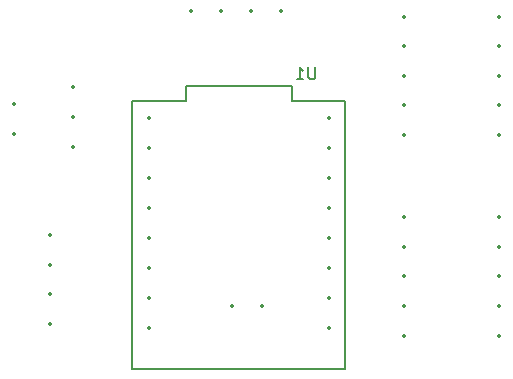
<source format=gbo>
%TF.GenerationSoftware,KiCad,Pcbnew,8.0.9-8.0.9-0~ubuntu22.04.1*%
%TF.CreationDate,2025-04-09T02:20:17+02:00*%
%TF.ProjectId,00pcb,30307063-622e-46b6-9963-61645f706362,rev?*%
%TF.SameCoordinates,Original*%
%TF.FileFunction,Legend,Bot*%
%TF.FilePolarity,Positive*%
%FSLAX46Y46*%
G04 Gerber Fmt 4.6, Leading zero omitted, Abs format (unit mm)*
G04 Created by KiCad (PCBNEW 8.0.9-8.0.9-0~ubuntu22.04.1) date 2025-04-09 02:20:17*
%MOMM*%
%LPD*%
G01*
G04 APERTURE LIST*
%ADD10C,0.150000*%
%ADD11C,0.127000*%
%ADD12C,0.350000*%
G04 APERTURE END LIST*
D10*
X137476904Y-84802319D02*
X137476904Y-85611842D01*
X137476904Y-85611842D02*
X137429285Y-85707080D01*
X137429285Y-85707080D02*
X137381666Y-85754700D01*
X137381666Y-85754700D02*
X137286428Y-85802319D01*
X137286428Y-85802319D02*
X137095952Y-85802319D01*
X137095952Y-85802319D02*
X137000714Y-85754700D01*
X137000714Y-85754700D02*
X136953095Y-85707080D01*
X136953095Y-85707080D02*
X136905476Y-85611842D01*
X136905476Y-85611842D02*
X136905476Y-84802319D01*
X135905476Y-85802319D02*
X136476904Y-85802319D01*
X136191190Y-85802319D02*
X136191190Y-84802319D01*
X136191190Y-84802319D02*
X136286428Y-84945176D01*
X136286428Y-84945176D02*
X136381666Y-85040414D01*
X136381666Y-85040414D02*
X136476904Y-85088033D01*
D11*
%TO.C,U1*%
X122000000Y-87650000D02*
X122000000Y-110350000D01*
X126500000Y-87650000D02*
X122000000Y-87650000D01*
X126500000Y-87650000D02*
X126500000Y-86350000D01*
X135500000Y-86350000D02*
X126500000Y-86350000D01*
X135500000Y-87650000D02*
X135500000Y-86350000D01*
X140000000Y-87650000D02*
X135500000Y-87650000D01*
X140000000Y-87650000D02*
X140000000Y-110350000D01*
X140000000Y-110350000D02*
X122000000Y-110350000D01*
%TD*%
D12*
X115000000Y-99000000D03*
X115000000Y-101500000D03*
X115000000Y-104000000D03*
X115000000Y-106500000D03*
X153000000Y-90500000D03*
X153000000Y-88000000D03*
X153000000Y-85500000D03*
X153000000Y-83000000D03*
X153000000Y-80500000D03*
X145000000Y-97500000D03*
X145000000Y-100000000D03*
X145000000Y-102500000D03*
X145000000Y-105000000D03*
X145000000Y-107500000D03*
X112000000Y-90475000D03*
X112000000Y-87935000D03*
X127000000Y-80000000D03*
X129540000Y-80000000D03*
X132080000Y-80000000D03*
X134620000Y-80000000D03*
X130460000Y-105000000D03*
X133000000Y-105000000D03*
X145000000Y-80500000D03*
X145000000Y-83000000D03*
X145000000Y-85500000D03*
X145000000Y-88000000D03*
X145000000Y-90500000D03*
X117000000Y-86475000D03*
X117000000Y-89015000D03*
X117000000Y-91555000D03*
X153000000Y-107500000D03*
X153000000Y-105000000D03*
X153000000Y-102500000D03*
X153000000Y-100000000D03*
X153000000Y-97500000D03*
X123380000Y-106880000D03*
X123380000Y-104340000D03*
X123380000Y-101800000D03*
X123380000Y-99260000D03*
X123380000Y-94180000D03*
X123380000Y-96720000D03*
X138620000Y-89100000D03*
X123380000Y-89100000D03*
X138620000Y-91640000D03*
X138620000Y-94180000D03*
X138620000Y-96720000D03*
X138620000Y-99260000D03*
X138620000Y-101800000D03*
X138620000Y-104340000D03*
X138620000Y-106880000D03*
X123380000Y-91640000D03*
M02*

</source>
